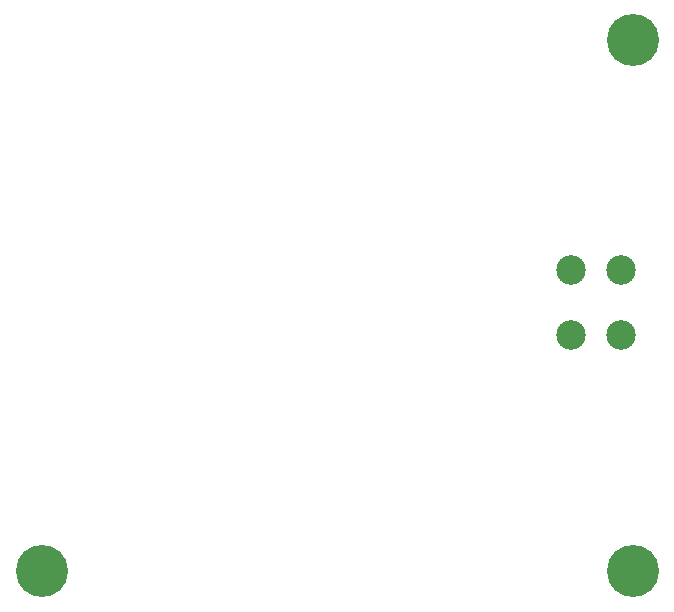
<source format=gbs>
G04*
G04 #@! TF.GenerationSoftware,Altium Limited,Altium Designer,22.1.2 (22)*
G04*
G04 Layer_Color=16711935*
%FSLAX25Y25*%
%MOIN*%
G70*
G04*
G04 #@! TF.SameCoordinates,382241DD-9174-41C4-80FE-42B68BCE7A43*
G04*
G04*
G04 #@! TF.FilePolarity,Negative*
G04*
G01*
G75*
%ADD13C,0.09855*%
%ADD14C,0.17335*%
D13*
X196063Y120079D02*
D03*
X212598D02*
D03*
Y98425D02*
D03*
X196063D02*
D03*
D14*
X216535Y19685D02*
D03*
X19685D02*
D03*
X216535Y196850D02*
D03*
M02*

</source>
